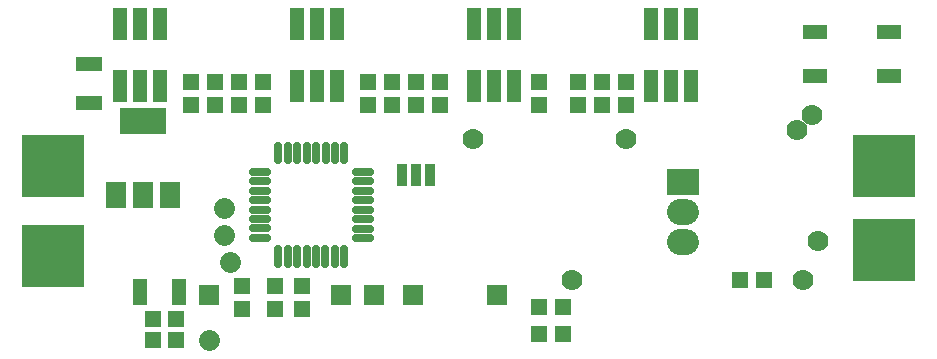
<source format=gts>
G04 ---------------------------- Layer name :TOP SOLDER LAYER*
G04 EasyEDA v5.6.15, Thu, 09 Aug 2018 00:10:23 GMT*
G04 1eb12ba90bff44d893ac4b1b4a3eba8c*
G04 Gerber Generator version 0.2*
G04 Scale: 100 percent, Rotated: No, Reflected: No *
G04 Dimensions in millimeters *
G04 leading zeros omitted , absolute positions ,3 integer and 3 decimal *
%FSLAX33Y33*%
%MOMM*%
G90*
G71D02*

%ADD14C,0.653212*%
%ADD18C,1.778254*%
%ADD19R,4.003192X2.203196*%
%ADD20R,1.703197X2.203196*%
%ADD21R,0.904240X1.902460*%
%ADD22R,2.003196X1.303198*%
%ADD23R,1.303198X2.703195*%
%ADD24R,1.409700X1.409700*%
%ADD25R,1.409700X1.410208*%
%ADD26R,1.203198X2.203196*%
%ADD27R,2.203196X1.203198*%
%ADD28R,2.703195X2.203196*%
%ADD29R,1.778000X1.778000*%
%ADD30R,1.778000X1.778254*%
%ADD31R,2.203196X2.203196*%
%ADD32C,1.778000*%
%ADD33C,2.203196*%
%ADD34C,1.778203*%

%LPD*%
G54D33*
G01X57145Y11557D02*
G01X56646Y11557D01*
G01X57145Y14097D02*
G01X56646Y14097D01*
G54D14*
G01X28194Y9763D02*
G01X28194Y10963D01*
G01X27393Y9763D02*
G01X27393Y10963D01*
G01X26593Y9763D02*
G01X26593Y10963D01*
G01X25793Y9763D02*
G01X25793Y10963D01*
G01X24996Y9763D02*
G01X24996Y10963D01*
G01X24196Y9763D02*
G01X24196Y10963D01*
G01X23395Y9763D02*
G01X23395Y10963D01*
G01X22595Y9763D02*
G01X22595Y10963D01*
G01X21631Y11938D02*
G01X20431Y11938D01*
G01X21631Y12738D02*
G01X20431Y12738D01*
G01X21631Y13538D02*
G01X20431Y13538D01*
G01X21631Y14338D02*
G01X20431Y14338D01*
G01X21631Y15135D02*
G01X20431Y15135D01*
G01X21631Y15935D02*
G01X20431Y15935D01*
G01X21631Y16736D02*
G01X20431Y16736D01*
G01X21631Y17536D02*
G01X20431Y17536D01*
G01X22606Y18526D02*
G01X22606Y19726D01*
G01X23406Y18526D02*
G01X23406Y19726D01*
G01X24206Y18526D02*
G01X24206Y19726D01*
G01X25006Y18526D02*
G01X25006Y19726D01*
G01X25803Y18526D02*
G01X25803Y19726D01*
G01X26603Y18526D02*
G01X26603Y19726D01*
G01X27404Y18526D02*
G01X27404Y19726D01*
G01X28204Y18526D02*
G01X28204Y19726D01*
G01X30368Y17526D02*
G01X29168Y17526D01*
G01X30368Y16725D02*
G01X29168Y16725D01*
G01X30368Y15925D02*
G01X29168Y15925D01*
G01X30368Y15125D02*
G01X29168Y15125D01*
G01X30368Y14328D02*
G01X29168Y14328D01*
G01X30368Y13528D02*
G01X29168Y13528D01*
G01X30368Y12727D02*
G01X29168Y12727D01*
G01X30368Y11927D02*
G01X29168Y11927D01*
G54D34*
G01X18034Y14478D02*
G01X18033Y14478D01*
G54D18*
G01X18034Y12192D02*
G01X18034Y12192D01*
G01X18542Y9906D02*
G01X18542Y9906D01*
G01X16764Y3302D02*
G01X16764Y3302D01*
G01X67056Y8382D03*
G01X66548Y21082D03*
G01X47498Y8382D03*
G54D19*
G01X11176Y21844D03*
G54D20*
G01X11176Y15543D03*
G01X13475Y15543D03*
G01X8876Y15543D03*
G54D21*
G01X33096Y17270D03*
G01X34290Y17270D03*
G01X35483Y17270D03*
G54D22*
G01X68070Y29371D03*
G01X68070Y25670D03*
G01X74270Y29371D03*
G01X74270Y25670D03*
G54D23*
G01X57580Y30031D03*
G01X55878Y30031D03*
G01X54179Y30031D03*
G01X57580Y24831D03*
G01X55880Y24831D03*
G01X54179Y24831D03*
G01X42594Y30031D03*
G01X40895Y30031D03*
G01X39196Y30031D03*
G01X42594Y24831D03*
G01X40895Y24831D03*
G01X39196Y24831D03*
G01X27608Y30031D03*
G01X25906Y30031D03*
G01X24207Y30031D03*
G01X27608Y24831D03*
G01X25908Y24831D03*
G01X24207Y24831D03*
G01X12622Y30031D03*
G01X10923Y30031D03*
G01X9224Y30031D03*
G01X12622Y24831D03*
G01X10923Y24831D03*
G01X9224Y24831D03*
G54D24*
G01X61723Y8380D03*
G01X63704Y8380D03*
G01X13971Y5078D03*
G01X11990Y5078D03*
G01X13971Y3300D03*
G01X11990Y3300D03*
G54D28*
G01X56896Y16637D03*
G54D29*
G01X27940Y7112D03*
G01X30734Y7112D03*
G01X34036Y7112D03*
G54D30*
G01X41148Y7112D03*
G54D29*
G01X16764Y7112D03*
G54D25*
G01X15241Y25147D03*
G54D24*
G01X15241Y23166D03*
G54D25*
G01X17273Y25147D03*
G54D24*
G01X17273Y23166D03*
G54D25*
G01X19305Y25147D03*
G54D24*
G01X19305Y23166D03*
G54D25*
G01X21337Y25147D03*
G54D24*
G01X21337Y23166D03*
G01X44702Y3811D03*
G01X46683Y3811D03*
G01X44702Y6097D03*
G01X46683Y6097D03*
G54D25*
G01X30227Y25147D03*
G54D24*
G01X30227Y23166D03*
G54D25*
G01X32259Y25147D03*
G54D24*
G01X32259Y23166D03*
G54D25*
G01X34291Y25147D03*
G54D24*
G01X34291Y23166D03*
G54D25*
G01X36323Y25147D03*
G54D24*
G01X36323Y23166D03*
G54D25*
G01X44705Y25147D03*
G54D24*
G01X44705Y23166D03*
G54D25*
G01X48007Y25147D03*
G54D24*
G01X48007Y23166D03*
G54D25*
G01X50039Y25147D03*
G54D24*
G01X50039Y23166D03*
G54D25*
G01X52071Y25147D03*
G54D24*
G01X52071Y23166D03*
G01X24639Y7875D03*
G01X24639Y5894D03*
G01X22353Y7875D03*
G01X22353Y5894D03*
G54D25*
G01X19559Y7875D03*
G54D24*
G01X19559Y5894D03*
G54D26*
G01X10922Y7366D03*
G01X14224Y7366D03*
G54D27*
G01X6604Y26670D03*
G01X6604Y23368D03*
G54D18*
G01X67818Y22352D03*
G01X68326Y11684D03*
G54D31*
G01X3556Y18034D03*
G01X5080Y18034D03*
G01X2032Y18034D03*
G01X3556Y16510D03*
G01X5080Y16510D03*
G01X2032Y16510D03*
G01X3556Y19558D03*
G01X5080Y19558D03*
G01X2032Y19558D03*
G01X3556Y10414D03*
G01X5080Y10414D03*
G01X2032Y10414D03*
G01X3556Y8890D03*
G01X5080Y8890D03*
G01X2032Y8890D03*
G01X3556Y11938D03*
G01X5080Y11938D03*
G01X2032Y11938D03*
G01X73914Y10922D03*
G01X75438Y10922D03*
G01X72390Y10922D03*
G01X73914Y9398D03*
G01X75438Y9398D03*
G01X72390Y9398D03*
G01X73914Y12446D03*
G01X75438Y12446D03*
G01X72390Y12446D03*
G01X73914Y18034D03*
G01X75438Y18034D03*
G01X72390Y18034D03*
G01X73914Y16510D03*
G01X75438Y16510D03*
G01X72390Y16510D03*
G01X73914Y19558D03*
G01X75438Y19558D03*
G01X72390Y19558D03*
G54D32*
G01X52070Y20320D03*
G01X39116Y20320D03*
M00*
M02*

</source>
